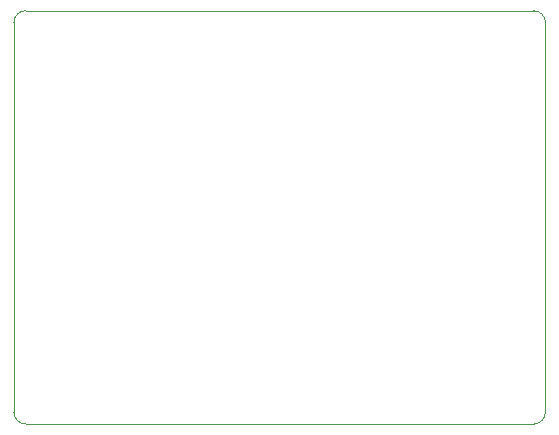
<source format=gbr>
%TF.GenerationSoftware,KiCad,Pcbnew,(6.0.11)*%
%TF.CreationDate,2024-05-16T18:38:15+09:00*%
%TF.ProjectId,active-marker-pcb,61637469-7665-42d6-9d61-726b65722d70,rev?*%
%TF.SameCoordinates,Original*%
%TF.FileFunction,Profile,NP*%
%FSLAX46Y46*%
G04 Gerber Fmt 4.6, Leading zero omitted, Abs format (unit mm)*
G04 Created by KiCad (PCBNEW (6.0.11)) date 2024-05-16 18:38:15*
%MOMM*%
%LPD*%
G01*
G04 APERTURE LIST*
%TA.AperFunction,Profile*%
%ADD10C,0.100000*%
%TD*%
G04 APERTURE END LIST*
D10*
X101000000Y-85000000D02*
G75*
G03*
X100000000Y-86000000I0J-1000000D01*
G01*
X145000000Y-86000000D02*
G75*
G03*
X144000000Y-85000000I-1000000J0D01*
G01*
X144000000Y-120000000D02*
G75*
G03*
X145000000Y-119000000I0J1000000D01*
G01*
X100000000Y-119000000D02*
G75*
G03*
X101000000Y-120000000I1000000J0D01*
G01*
X144000000Y-85000000D02*
X101000000Y-85000000D01*
X145000000Y-119000000D02*
X145000000Y-86000000D01*
X101000000Y-120000000D02*
X144000000Y-120000000D01*
X100000000Y-86000000D02*
X100000000Y-119000000D01*
M02*

</source>
